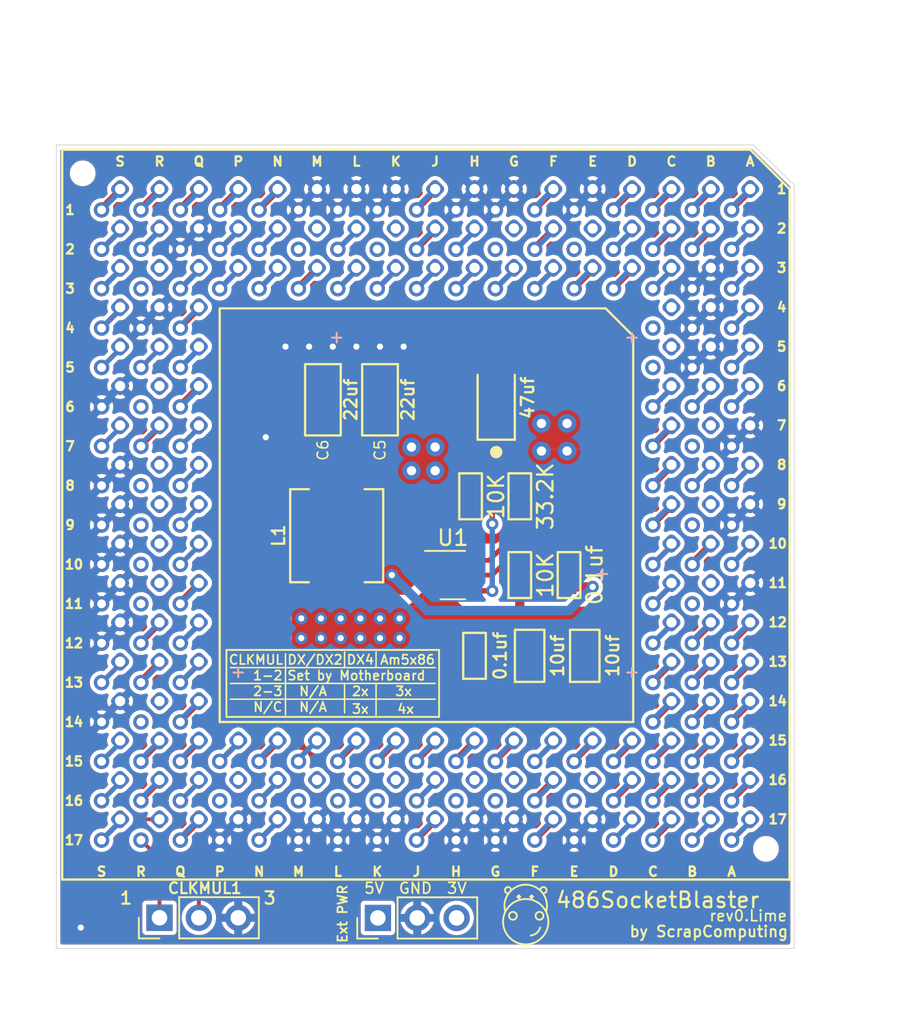
<source format=kicad_pcb>
(kicad_pcb (version 20211014) (generator pcbnew)
  (layers (0 "F.Cu" signal) (1 "In1.Cu" power) (2 "In2.Cu" power) (31 "B.Cu" signal) (34 "B.Paste" user) (35 "F.Paste" user) (36 "B.SilkS" user "B.Silkscreen") (37 "F.SilkS" user "F.Silkscreen") (38 "B.Mask" user) (39 "F.Mask" user) (44 "Edge.Cuts" user))
  (net 0 "")
  (net 1 "GND")
  (net 2 "Vin")
  (net 3 "Vout")
  (net 4 "Net-(CLKMUL1-Pad1)")
  (net 5 "SW")
  (net 6 "Net-(CLKMUL1-Pad2)")
  (net 7 "Net-(R1-Pad2)")
  (net 8 "FBVoltage")
  (net 9 "Net-(Pins1-PadA1)")
  (net 10 "Net-(Pins1-PadA2)")
  (net 11 "Net-(Pins1-PadA3)")
  (net 12 "Net-(Pins1-PadA4)")
  (net 13 "Net-(Pins1-PadA5)")
  (net 14 "Net-(Pins1-PadA6)")
  (net 15 "Net-(Pins1-PadA8)")
  (net 16 "Net-(Pins1-PadA10)")
  (net 17 "Net-(Pins1-PadA12)")
  (net 18 "Net-(Pins1-PadA13)")
  (net 19 "Net-(Pins1-PadA14)")
  (net 20 "Net-(Pins1-PadA15)")
  (net 21 "Net-(Pins1-PadA16)")
  (net 22 "Net-(Pins1-PadA17)")
  (net 23 "Net-(Pins1-PadB1)")
  (net 24 "Net-(Pins1-PadB2)")
  (net 25 "Net-(Pins1-PadB6)")
  (net 26 "Net-(Pins1-PadB8)")
  (net 27 "Net-(Pins1-PadB10)")
  (net 28 "Net-(Pins1-PadB12)")
  (net 29 "Net-(Pins1-PadB13)")
  (net 30 "Net-(Pins1-PadB14)")
  (net 31 "Net-(Pins1-PadB15)")
  (net 32 "Net-(Pins1-PadB16)")
  (net 33 "Net-(Pins1-PadB17)")
  (net 34 "Net-(Pins1-PadC1)")
  (net 35 "Net-(Pins1-PadC2)")
  (net 36 "Net-(Pins1-PadC3)")
  (net 37 "Net-(Pins1-PadC6)")
  (net 38 "Net-(Pins1-PadC7)")
  (net 39 "Net-(Pins1-PadC8)")
  (net 40 "Net-(Pins1-PadC9)")
  (net 41 "Net-(Pins1-PadC10)")
  (net 42 "Net-(Pins1-PadC11)")
  (net 43 "Net-(Pins1-PadC12)")
  (net 44 "Net-(Pins1-PadC13)")
  (net 45 "Net-(Pins1-PadC14)")
  (net 46 "Net-(Pins1-PadC15)")
  (net 47 "Net-(Pins1-PadC16)")
  (net 48 "Net-(Pins1-PadC17)")
  (net 49 "Net-(Pins1-PadD1)")
  (net 50 "Net-(Pins1-PadD2)")
  (net 51 "Net-(Pins1-PadD3)")
  (net 52 "Net-(Pins1-PadD15)")
  (net 53 "Net-(Pins1-PadD16)")
  (net 54 "Net-(Pins1-PadD17)")
  (net 55 "Net-(Pins1-PadE3)")
  (net 56 "Net-(Pins1-PadE15)")
  (net 57 "Net-(Pins1-PadF1)")
  (net 58 "Net-(Pins1-PadF2)")
  (net 59 "Net-(Pins1-PadF3)")
  (net 60 "Net-(Pins1-PadF15)")
  (net 61 "Net-(Pins1-PadF16)")
  (net 62 "Net-(Pins1-PadF17)")
  (net 63 "Net-(Pins1-PadG3)")
  (net 64 "Net-(Pins1-PadG15)")
  (net 65 "Net-(Pins1-PadH2)")
  (net 66 "Net-(Pins1-PadH3)")
  (net 67 "Net-(Pins1-PadH15)")
  (net 68 "Net-(Pins1-PadJ1)")
  (net 69 "Net-(Pins1-PadJ2)")
  (net 70 "Net-(Pins1-PadJ3)")
  (net 71 "Net-(Pins1-PadJ15)")
  (net 72 "Net-(Pins1-PadJ16)")
  (net 73 "Net-(Pins1-PadJ17)")
  (net 74 "Net-(Pins1-PadK3)")
  (net 75 "Net-(Pins1-PadK15)")
  (net 76 "Net-(Pins1-PadL2)")
  (net 77 "Net-(Pins1-PadL3)")
  (net 78 "Net-(Pins1-PadL15)")
  (net 79 "Net-(Pins1-PadM3)")
  (net 80 "Net-(Pins1-PadM15)")
  (net 81 "Net-(Pins1-PadN1)")
  (net 82 "Net-(Pins1-PadN2)")
  (net 83 "Net-(Pins1-PadN3)")
  (net 84 "Net-(Pins1-PadN15)")
  (net 85 "Net-(Pins1-PadN16)")
  (net 86 "Net-(Pins1-PadN17)")
  (net 87 "Net-(Pins1-PadP1)")
  (net 88 "Net-(Pins1-PadP2)")
  (net 89 "Net-(Pins1-PadP3)")
  (net 90 "Net-(Pins1-PadP15)")
  (net 91 "Net-(Pins1-PadQ1)")
  (net 92 "Net-(Pins1-PadQ3)")
  (net 93 "Net-(Pins1-PadQ4)")
  (net 94 "Net-(Pins1-PadQ5)")
  (net 95 "Net-(Pins1-PadQ6)")
  (net 96 "Net-(Pins1-PadQ7)")
  (net 97 "Net-(Pins1-PadQ8)")
  (net 98 "Net-(Pins1-PadQ9)")
  (net 99 "Net-(Pins1-PadQ10)")
  (net 100 "Net-(Pins1-PadQ11)")
  (net 101 "Net-(Pins1-PadQ12)")
  (net 102 "Net-(Pins1-PadQ13)")
  (net 103 "Net-(Pins1-PadQ14)")
  (net 104 "Net-(Pins1-PadQ15)")
  (net 105 "Net-(Pins1-PadQ16)")
  (net 106 "Net-(Pins1-PadQ17)")
  (net 107 "Net-(Pins1-PadR1)")
  (net 108 "Net-(Pins1-PadR2)")
  (net 109 "Net-(Pins1-PadR5)")
  (net 110 "Net-(Pins1-PadR7)")
  (net 111 "Net-(Pins1-PadR12)")
  (net 112 "Net-(Pins1-PadR13)")
  (net 113 "Net-(Pins1-PadR15)")
  (net 114 "Net-(Pins1-PadR16)")
  (net 115 "Net-(Pins1-PadS1)")
  (net 116 "Net-(Pins1-PadS2)")
  (net 117 "Net-(Pins1-PadS3)")
  (net 118 "Net-(Pins1-PadS4)")
  (net 119 "Net-(Pins1-PadS5)")
  (net 120 "Net-(Pins1-PadS7)")
  (net 121 "Net-(Pins1-PadS13)")
  (net 122 "Net-(Pins1-PadS15)")
  (net 123 "Net-(Pins1-PadS16)")
  (net 124 "Net-(Pins1-PadS17)")
  (net 125 "Net-(C4-Pad2)")
  (footprint "486SocketBlaster:486_168pga_socket" (layer "F.Cu") (at 141.045001 33.095001)
    (fp_text reference "Top1" hide)
    (fp_text value "486")
  )
  (footprint "486SocketBlaster:486_168pga_pins" (layer "F.Cu") (at 142.24 31.75)
    (fp_text reference "Pins1")
    (fp_text value "486Pins")
  )
  (footprint "Connector_PinHeader_2.54mm:PinHeader_1x03_P2.54mm_Vertical" (layer "F.Cu") (at 104.14 78.74 90)
    (fp_text reference "CLKMUL1")
    (fp_text value "CLKMUL")
  )
  (footprint "486SocketBlaster:R_0603_1608Metric" (layer "F.Cu") (at 124.206 51.562 90)
    (fp_text reference "R3" hide)
    (fp_text value "10K")
  )
  (footprint "Connector_PinHeader_2.54mm:PinHeader_1x03_P2.54mm_Vertical" (layer "F.Cu") (at 118.225 78.75 90)
    (fp_text reference "ExtPwr1" hide)
    (fp_text value "Conn_01x03")
  )
  (footprint "486SocketBlaster:C_1206_3216Metric" (layer "F.Cu") (at 118.364 45.338999 -90)
    (fp_text reference "C5")
    (fp_text value "22uf")
  )
  (footprint "486SocketBlaster:C_1206_3216Metric" (layer "F.Cu") (at 114.681 45.339 -90)
    (fp_text reference "C6")
    (fp_text value "22uf")
  )
  (footprint "486SocketBlaster:R_0603_1608Metric" (layer "F.Cu") (at 127.381 56.642 90)
    (fp_text reference "R1" hide)
    (fp_text value "10K")
  )
  (footprint "Package_TO_SOT_SMD:SOT-23-6" (layer "F.Cu") (at 123.063 56.642)
    (fp_text reference "U1")
    (fp_text value "TPS563200")
  )
  (footprint "486SocketBlaster:JLCPCB mounting hole" (layer "F.Cu") (at 143.256 74.295)
    (fp_text reference "REF**" hide)
    (fp_text value "JLCPCB mounting hole")
  )
  (footprint "486SocketBlaster:C_0603_1608Metric" (layer "F.Cu") (at 124.46 61.849 90)
    (fp_text reference "C3" hide)
    (fp_text value "0.1uf")
  )
  (footprint "486SocketBlaster:C_0805_2012Metric" (layer "F.Cu") (at 131.572 61.849 90)
    (fp_text reference "C2")
    (fp_text value "10uf")
  )
  (footprint "486SocketBlaster:CP_EIA-3216-12_Kemet-S_Pad1.58x1.35mm_HandSolder" (layer "F.Cu") (at 125.857 45.212 90)
    (fp_text reference "C7" hide)
    (fp_text value "47uf")
  )
  (footprint "" (layer "F.Cu") (at 99.187 30.734)
    (fp_text reference "")
    (fp_text value "")
  )
  (footprint "486SocketBlaster:R_0603_1608Metric" (layer "F.Cu") (at 127.381 51.562 90)
    (fp_text reference "R2" hide)
    (fp_text value "33.2K")
  )
  (footprint "486SocketBlaster:L_5.5x5.5" (layer "F.Cu") (at 115.57 54.102 90)
    (fp_text reference "L1")
    (fp_text value "3.3uh")
  )
  (footprint "486SocketBlaster:C_0805_2012Metric" (layer "F.Cu") (at 128.015999 61.849 90)
    (fp_text reference "C1")
    (fp_text value "10uf")
  )
  (footprint "486SocketBlaster:C_0603_1608Metric" (layer "F.Cu") (at 130.556 56.642 90)
    (fp_text reference "C4" hide)
    (fp_text value "0.1uf")
  )
  (gr_arc (start 126.618999 77.162803) (mid 126.456101 76.844588) (end 126.809499 76.898501) (layer "F.SilkS") (width 0.12))
  (gr_circle (center 128.651 78.613) (end 128.651 78.359) (layer "F.SilkS") (width 0.12) (fill none))
  (gr_circle (center 126.9365 78.613) (end 126.9365 78.867) (layer "F.SilkS") (width 0.12) (fill none))
  (gr_arc (start 128.692666 79.369045) (mid 128.466554 79.722027) (end 128.0795 79.883) (layer "F.SilkS") (width 0.12))
  (gr_circle (center 127.762 78.994) (end 126.9365 77.7875) (layer "F.SilkS") (width 0.12) (fill none))
  (gr_arc (start 126.4285 78.2955) (mid 127.762 76.607223) (end 129.0955 78.2955) (layer "F.SilkS") (width 0.12))
  (gr_line (start 116.078 62.611) (end 116.078 61.595) (layer "F.SilkS") (width 0.1))
  (gr_line (start 112.268 65.659) (end 112.268 61.722) (layer "F.SilkS") (width 0.1))
  (gr_line (start 116.078 63.627) (end 116.078 65.532) (layer "F.SilkS") (width 0.1))
  (gr_line (start 118.11 63.627) (end 118.11 65.659) (layer "F.SilkS") (width 0.1))
  (gr_line (start 108.712 63.627) (end 121.92 63.627) (layer "F.SilkS") (width 0.1))
  (gr_line (start 108.712 62.611) (end 121.92 62.611) (layer "F.SilkS") (width 0.1))
  (gr_line (start 108.712 64.643) (end 121.92 64.643) (layer "F.SilkS") (width 0.1))
  (gr_line (start 118.11 62.611) (end 118.11 61.595) (layer "F.SilkS") (width 0.1))
  (gr_line (start 108.458 65.786) (end 108.458 61.468) (layer "F.SilkS") (width 0.12))
  (gr_line (start 144.653 76.275001) (end 144.78 76.275001) (layer "F.SilkS") (width 0.15))
  (gr_line (start 122.174 61.468) (end 122.174 65.786) (layer "F.SilkS") (width 0.12))
  (gr_line (start 98.425 29.21) (end 97.865001 29.21) (layer "F.SilkS") (width 0.15))
  (gr_line (start 144.78 76.2) (end 144.78 76.275001) (layer "F.SilkS") (width 0.15))
  (gr_line (start 108.458 61.468) (end 122.174 61.468) (layer "F.SilkS") (width 0.12))
  (gr_line (start 122.174 65.786) (end 108.458 65.786) (layer "F.SilkS") (width 0.12))
  (gr_line (start 97.865001 29.285001) (end 97.865001 29.21) (layer "F.SilkS") (width 0.15))
  (gr_arc (start 128.704197 76.961999) (mid 129.022412 76.799101) (end 128.968499 77.152499) (layer "F.SilkS") (width 0.12))
  (gr_line (start 97.4852 28.9052) (end 97.4852 80.7212) (layer "Edge.Cuts") (width 0.05))
  (gr_line (start 145.0848 80.7212) (end 97.4852 80.7212) (layer "Edge.Cuts") (width 0.05))
  (gr_line (start 97.4852 28.9052) (end 142.4432 28.9052) (layer "Edge.Cuts") (width 0.05))
  (gr_line (start 145.0848 31.496) (end 145.0848 80.7212) (layer "Edge.Cuts") (width 0.05))
  (gr_line (start 142.4432 28.9052) (end 145.0848 31.496) (layer "Edge.Cuts") (width 0.05))
  (gr_text "+" (at 134.62 41.275) (layer "B.SilkS") (effects (font (size 0.8 0.8) (thickness 0.13)) (justify mirror)))
  (gr_text "+" (at 115.57 41.275) (layer "B.SilkS") (effects (font (size 0.8 0.8) (thickness 0.13)) (justify mirror)))
  (gr_text "+" (at 134.62 62.865) (layer "B.SilkS") (effects (font (size 0.8 0.8) (thickness 0.13)) (justify mirror)))
  (gr_text "+" (at 109.22 62.865) (layer "B.SilkS") (effects (font (size 0.8 0.8) (thickness 0.13)) (justify mirror)))
  (gr_text "+" (at 132.715 56.515) (layer "B.SilkS") (effects (font (size 0.8 0.8) (thickness 0.13)) (justify mirror)))
  (gr_text "GND" (at 120.65 76.835) (layer "F.SilkS") (effects (font (size 0.7 0.7) (thickness 0.11))))
  (gr_text "3V" (at 123.317 76.835) (layer "F.SilkS") (effects (font (size 0.7 0.7) (thickness 0.11))))
  (gr_text "." (at 128.143 76.7715) (layer "F.SilkS") (effects (font (size 1.5 1.5))))
  (gr_text "." (at 127.3175 76.7715) (layer "F.SilkS") (effects (font (size 1.5 1.5))))
  (gr_text "Am5x86" (at 120.142 62.103) (layer "F.SilkS") (effects (font (size 0.6 0.6) (thickness 0.11))))
  (gr_text "N/A" (at 114.046 65.151) (layer "F.SilkS") (effects (font (size 0.6 0.6) (thickness 0.11))))
  (gr_text "4x" (at 120.015 65.278) (layer "F.SilkS") (effects (font (size 0.6 0.6) (thickness 0.11))))
  (gr_text "Set by Motherboard" (at 116.84 63.119) (layer "F.SilkS") (effects (font (size 0.6 0.6) (thickness 0.11))))
  (gr_text "DX4" (at 117.094 62.103) (layer "F.SilkS") (effects (font (size 0.6 0.6) (thickness 0.11))))
  (gr_text "3x" (at 119.888 64.135) (layer "F.SilkS") (effects (font (size 0.6 0.6) (thickness 0.11))))
  (gr_text "2x" (at 117.094 64.135) (layer "F.SilkS") (effects (font (size 0.6 0.6) (thickness 0.11))))
  (gr_text "1-2" (at 111.125 63.119) (layer "F.SilkS") (effects (font (size 0.6 0.6) (thickness 0.11))))
  (gr_text "DX/DX2" (at 114.173 62.103) (layer "F.SilkS") (effects (font (size 0.6 0.6) (thickness 0.11))))
  (gr_text "N/C" (at 111.125 65.151) (layer "F.SilkS") (effects (font (size 0.6 0.6) (thickness 0.11))))
  (gr_text "N/A" (at 114.046 64.135) (layer "F.SilkS") (effects (font (size 0.6 0.6) (thickness 0.11))))
  (gr_text "2-3" (at 111.125 64.135) (layer "F.SilkS") (effects (font (size 0.6 0.6) (thickness 0.11))))
  (gr_text "3x" (at 117.094 65.278) (layer "F.SilkS") (effects (font (size 0.6 0.6) (thickness 0.11))))
  (gr_text "Ext PWR" (at 115.951 78.486 90) (layer "F.SilkS") (effects (font (size 0.6 0.6) (thickness 0.12))))
  (gr_text "3" (at 111.252 77.47) (layer "F.SilkS") (effects (font (size 0.8 0.8) (thickness 0.14))))
  (gr_text "rev0.Lime" (at 142.113 78.613) (layer "F.SilkS") (effects (font (size 0.7 0.7) (thickness 0.11))))
  (gr_text "486SocketBlaster" (at 136.271 77.597) (layer "F.SilkS") (effects (font (size 1 1))))
  (gr_text "by ScrapComputing" (at 139.573 79.629) (layer "F.SilkS") (effects (font (size 0.7 0.7) (thickness 0.13))))
  (gr_text "1" (at 101.981 77.47) (layer "F.SilkS") (effects (font (size 0.8 0.8) (thickness 0.14))))
  (gr_text "CLKMUL" (at 110.363 62.103) (layer "F.SilkS") (effects (font (size 0.6 0.6) (thickness 0.11))))
  (gr_text "5V" (at 117.983 76.835) (layer "F.SilkS") (effects (font (size 0.7 0.7) (thickness 0.11))))
  (segment (start 127.569 62.799) (end 131.064 62.799) (width 0.8) (layer "F.Cu") (net 1))
  (segment (start 124.206 52.337) (end 124.206 53.848) (width 0.6) (layer "F.Cu") (net 1))
  (segment (start 127.761999 62.799) (end 124.46 62.799) (width 0.8) (layer "F.Cu") (net 1))
  (via (at 99.06 79.375) (size 0.8) (drill 0.4) (layers "F.Cu" "B.Cu") (net 1))
  (via (at 112.268 41.91) (size 0.8) (drill 0.4) (layers "F.Cu" "B.Cu") (net 1))
  (via (at 115.316 41.91) (size 0.8) (drill 0.4) (layers "F.Cu" "B.Cu") (net 1))
  (via (at 119.888 41.91) (size 0.8) (drill 0.4) (layers "F.Cu" "B.Cu") (net 1))
  (via (at 113.792 41.91) (size 0.8) (drill 0.4) (layers "F.Cu" "B.Cu") (net 1))
  (via (at 116.84 41.91) (size 0.8) (drill 0.4) (layers "F.Cu" "B.Cu") (net 1))
  (via (at 110.998 47.752) (size 0.8) (drill 0.4) (layers "F.Cu" "B.Cu") (net 1))
  (via (at 118.364 41.91) (size 0.8) (drill 0.4) (layers "F.Cu" "B.Cu") (net 1))
  (segment (start 118.185001 73.735001) (end 118.185001 73.584999) (width 0.35) (layer "B.Cu") (net 1))
  (segment (start 124.635 60.899) (end 124.46 61.074) (width 0.6) (layer "F.Cu") (net 2))
  (segment (start 127.381 59.055) (end 127.381 57.417) (width 0.6) (layer "F.Cu") (net 2))
  (segment (start 128.015999 59.689999) (end 127.381 59.055) (width 0.6) (layer "F.Cu") (net 2))
  (segment (start 128.015999 60.899) (end 124.635 60.899) (width 0.6) (layer "F.Cu") (net 2))
  (segment (start 124.46 61.074) (end 120.002 61.074) (width 0.6) (layer "F.Cu") (net 2))
  (segment (start 120.002 61.074) (end 119.634 60.706) (width 0.6) (layer "F.Cu") (net 2))
  (segment (start 128.015999 60.899) (end 128.015999 59.689999) (width 0.6) (layer "F.Cu") (net 2))
  (segment (start 131.572 60.899) (end 128.015999 60.899) (width 0.6) (layer "F.Cu") (net 2))
  (via (at 117.094 59.436) (size 0.8) (drill 0.4) (layers "F.Cu" "B.Cu") (net 2))
  (via (at 114.554 60.706) (size 0.8) (drill 0.4) (layers "F.Cu" "B.Cu") (net 2))
  (via (at 119.634 60.706) (size 0.8) (drill 0.4) (layers "F.Cu" "B.Cu") (net 2))
  (via (at 113.284 59.436) (size 0.8) (drill 0.4) (layers "F.Cu" "B.Cu") (net 2))
  (via (at 117.094 60.706) (size 0.8) (drill 0.4) (layers "F.Cu" "B.Cu") (net 2))
  (via (at 115.824 59.436) (size 0.8) (drill 0.4) (layers "F.Cu" "B.Cu") (net 2))
  (via (at 118.364 59.436) (size 0.8) (drill 0.4) (layers "F.Cu" "B.Cu") (net 2))
  (via (at 119.634 59.436) (size 0.8) (drill 0.4) (layers "F.Cu" "B.Cu") (net 2))
  (via (at 118.364 60.706) (size 0.8) (drill 0.4) (layers "F.Cu" "B.Cu") (net 2))
  (via (at 114.554 59.436) (size 0.8) (drill 0.4) (layers "F.Cu" "B.Cu") (net 2))
  (via (at 115.824 60.706) (size 0.8) (drill 0.4) (layers "F.Cu" "B.Cu") (net 2))
  (via (at 113.284 60.706) (size 0.8) (drill 0.4) (layers "F.Cu" "B.Cu") (net 2))
  (segment (start 127.381 46.99) (end 127.381 50.787) (width 0.45) (layer "F.Cu") (net 3))
  (via (at 128.778 46.863) (size 1.2) (drill 0.6) (layers "F.Cu" "B.Cu") (net 3))
  (via (at 120.396 48.387) (size 1.2) (drill 0.6) (layers "F.Cu" "B.Cu") (net 3))
  (via (at 130.429 46.863) (size 1.2) (drill 0.6) (layers "F.Cu" "B.Cu") (net 3))
  (via (at 121.92 49.911) (size 1.2) (drill 0.6) (layers "F.Cu" "B.Cu") (net 3))
  (via (at 128.778 48.641) (size 1.2) (drill 0.6) (layers "F.Cu" "B.Cu") (net 3))
  (via (at 121.92 48.387) (size 1.2) (drill 0.6) (layers "F.Cu" "B.Cu") (net 3))
  (via (at 130.429 48.641) (size 1.2) (drill 0.6) (layers "F.Cu" "B.Cu") (net 3))
  (via (at 120.396 49.911) (size 1.2) (drill 0.6) (layers "F.Cu" "B.Cu") (net 3))
  (segment (start 104.14 72.39) (end 102.997 72.39) (width 0.25) (layer "F.Cu") (net 4))
  (segment (start 104.14 76.454) (end 104.14 78.74) (width 0.25) (layer "F.Cu") (net 4))
  (segment (start 101.981 73.406) (end 101.981 74.295) (width 0.25) (layer "F.Cu") (net 4))
  (segment (start 102.997 72.39) (end 101.981 73.406) (width 0.25) (layer "F.Cu") (net 4))
  (segment (start 101.981 74.295) (end 104.14 76.454) (width 0.25) (layer "F.Cu") (net 4))
  (segment (start 130.569 57.404) (end 130.556 57.417) (width 0.6) (layer "F.Cu") (net 5))
  (segment (start 119.126 56.642) (end 117.856 56.642) (width 0.6) (layer "F.Cu") (net 5))
  (segment (start 117.856 56.642) (end 117.816 56.602) (width 0.6) (layer "F.Cu") (net 5))
  (segment (start 117.816 56.602) (end 115.57 56.602) (width 0.6) (layer "F.Cu") (net 5))
  (segment (start 120.777 56.642) (end 120.015 57.404) (width 0.6) (layer "F.Cu") (net 5))
  (segment (start 120.777 56.642) (end 120.015 55.88) (width 0.6) (layer "F.Cu") (net 5))
  (segment (start 121.9255 56.642) (end 120.777 56.642) (width 0.6) (layer "F.Cu") (net 5))
  (segment (start 120.777 56.642) (end 119.126 56.642) (width 0.6) (layer "F.Cu") (net 5))
  (segment (start 132.08 57.404) (end 130.569 57.404) (width 0.6) (layer "F.Cu") (net 5))
  (via (at 119.126 56.642) (size 0.8) (drill 0.4) (layers "F.Cu" "B.Cu") (net 5))
  (via (at 132.08 57.404) (size 0.8) (drill 0.4) (layers "F.Cu" "B.Cu") (net 5))
  (segment (start 121.412 58.928) (end 130.556 58.928) (width 0.6) (layer "B.Cu") (net 5))
  (segment (start 119.126 56.642) (end 121.412 58.928) (width 0.6) (layer "B.Cu") (net 5))
  (segment (start 130.556 58.928) (end 132.08 57.404) (width 0.6) (layer "B.Cu") (net 5))
  (segment (start 106.68 78.74) (end 106.68 77.47) (width 0.25) (layer "F.Cu") (net 6))
  (segment (start 106.68 77.47) (end 106.299 77.089) (width 0.25) (layer "F.Cu") (net 6))
  (segment (start 102.945001 73.735001) (end 106.299 77.089) (width 0.25) (layer "F.Cu") (net 6))
  (segment (start 126.378 55.867) (end 125.603 56.642) (width 0.31) (layer "F.Cu") (net 7))
  (segment (start 125.603 56.642) (end 124.2005 56.642) (width 0.31) (layer "F.Cu") (net 7))
  (segment (start 127.381 55.867) (end 126.378 55.867) (width 0.31) (layer "F.Cu") (net 7))
  (segment (start 127.381 52.337) (end 125.756 52.337) (width 0.35) (layer "F.Cu") (net 8))
  (segment (start 124.2665 57.658) (end 124.2005 57.592) (width 0.35) (layer "F.Cu") (net 8))
  (segment (start 125.756 52.337) (end 124.206 50.787) (width 0.35) (layer "F.Cu") (net 8))
  (segment (start 125.603 57.658) (end 124.2665 57.658) (width 0.35) (layer "F.Cu") (net 8))
  (segment (start 125.756 52.35) (end 125.756 52.337) (width 0.35) (layer "F.Cu") (net 8))
  (segment (start 125.603 52.503) (end 125.756 52.35) (width 0.35) (layer "F.Cu") (net 8))
  (segment (start 125.603 53.34) (end 125.603 52.503) (width 0.35) (layer "F.Cu") (net 8))
  (via (at 125.603 53.34) (size 0.8) (drill 0.4) (layers "F.Cu" "B.Cu") (net 8))
  (via (at 125.603 57.658) (size 0.8) (drill 0.4) (layers "F.Cu" "B.Cu") (net 8))
  (segment (start 125.603 53.34) (end 125.603 57.658) (width 0.35) (layer "B.Cu") (net 8))
  (segment (start 142.24 31.75) (end 142.24 31.900002) (width 0.35) (layer "F.Cu") (net 9))
  (segment (start 142.24 31.900002) (end 141.045001 33.095001) (width 0.35) (layer "F.Cu") (net 9))
  (segment (start 141.045001 33.095001) (end 141.045001 32.944999) (width 0.35) (layer "B.Cu") (net 9))
  (segment (start 141.045001 32.944999) (end 142.24 31.75) (width 0.35) (layer "B.Cu") (net 9))
  (segment (start 142.24 34.29) (end 142.24 34.440002) (width 0.35) (layer "F.Cu") (net 10))
  (segment (start 142.24 34.440002) (end 141.045001 35.635001) (width 0.35) (layer "F.Cu") (net 10))
  (segment (start 142.24 34.440002) (end 141.045001 35.635001) (width 0.35) (layer "B.Cu") (net 10))
  (segment (start 142.24 34.29) (end 142.24 34.440002) (width 0.35) (layer "B.Cu") (net 10))
  (segment (start 142.24 36.980002) (end 141.045001 38.175001) (width 0.35) (layer "F.Cu") (net 11))
  (segment (start 142.24 36.83) (end 142.24 36.980002) (width 0.35) (layer "F.Cu") (net 11))
  (segment (start 142.24 36.980002) (end 141.045001 38.175001) (width 0.35) (layer "B.Cu") (net 11))
  (segment (start 142.24 36.83) (end 142.24 36.980002) (width 0.35) (layer "B.Cu") (net 11))
  (segment (start 142.24 39.37) (end 142.24 39.520002) (width 0.35) (layer "F.Cu") (net 12))
  (segment (start 142.24 39.520002) (end 141.045001 40.715001) (width 0.35) (layer "F.Cu") (net 12))
  (segment (start 142.24 39.37) (end 142.24 39.520002) (width 0.35) (layer "B.Cu") (net 12))
  (segment (start 142.24 39.520002) (end 141.045001 40.715001) (width 0.35) (layer "B.Cu") (net 12))
  (segment (start 142.24 41.91) (end 142.24 42.060002) (width 0.35) (layer "F.Cu") (net 13))
  (segment (start 142.24 42.060002) (end 141.045001 43.255001) (width 0.35) (layer "F.Cu") (net 13))
  (segment (start 142.24 41.91) (end 142.24 42.060002) (width 0.35) (layer "B.Cu") (net 13))
  (segment (start 142.24 42.060002) (end 141.045001 43.255001) (width 0.35) (layer "B.Cu") (net 13))
  (segment (start 142.24 44.45) (end 142.24 44.600002) (width 0.35) (layer "F.Cu") (net 14))
  (segment (start 142.24 44.600002) (end 141.045001 45.795001) (width 0.35) (layer "F.Cu") (net 14))
  (segment (start 142.24 44.45) (end 142.24 44.600002) (width 0.35) (layer "B.Cu") (net 14))
  (segment (start 142.24 44.600002) (end 141.045001 45.795001) (width 0.35) (layer "B.Cu") (net 14))
  (segment (start 142.24 49.680002) (end 141.045001 50.875001) (width 0.35) (layer "F.Cu") (net 15))
  (segment (start 142.24 49.53) (end 142.24 49.680002) (width 0.35) (layer "F.Cu") (net 15))
  (segment (start 142.24 49.53) (end 142.24 49.680002) (width 0.35) (layer "B.Cu") (net 15))
  (segment (start 142.24 49.680002) (end 141.045001 50.875001) (width 0.35) (layer "B.Cu") (net 15))
  (segment (start 142.24 54.760002) (end 141.045001 55.955001) (width 0.35) (layer "F.Cu") (net 16))
  (segment (start 142.24 54.61) (end 142.24 54.760002) (width 0.35) (layer "F.Cu") (net 16))
  (segment (start 142.24 54.760002) (end 141.045001 55.955001) (width 0.35) (layer "B.Cu") (net 16))
  (segment (start 142.24 54.61) (end 142.24 54.760002) (width 0.35) (layer "B.Cu") (net 16))
  (segment (start 142.24 59.840002) (end 141.045001 61.035001) (width 0.35) (layer "F.Cu") (net 17))
  (segment (start 142.24 59.69) (end 142.24 59.840002) (width 0.35) (layer "F.Cu") (net 17))
  (segment (start 141.045001 61.035001) (end 141.045001 60.884999) (width 0.35) (layer "B.Cu") (net 17))
  (segment (start 141.045001 60.884999) (end 142.24 59.69) (width 0.35) (layer "B.Cu") (net 17))
  (segment (start 142.24 62.23) (end 142.24 62.380002) (width 0.35) (layer "F.Cu") (net 18))
  (segment (start 142.24 62.380002) (end 141.045001 63.575001) (width 0.35) (layer "F.Cu") (net 18))
  (segment (start 141.045001 63.575001) (end 141.045001 63.424999) (width 0.35) (layer "B.Cu") (net 18))
  (segment (start 141.045001 63.424999) (end 142.24 62.23) (width 0.35) (layer "B.Cu") (net 18))
  (segment (start 142.24 64.77) (end 142.24 64.920002) (width 0.35) (layer "F.Cu") (net 19))
  (segment (start 142.24 64.920002) (end 141.045001 66.115001) (width 0.35) (layer "F.Cu") (net 19))
  (segment (start 141.045001 66.115001) (end 141.045001 65.964999) (width 0.35) (layer "B.Cu") (net 19))
  (segment (start 141.045001 65.964999) (end 142.24 64.77) (width 0.35) (layer "B.Cu") (net 19))
  (segment (start 142.24 67.31) (end 142.24 67.460002) (width 0.35) (layer "F.Cu") (net 20))
  (segment (start 142.24 67.460002) (end 141.045001 68.655001) (width 0.35) (layer "F.Cu") (net 20))
  (segment (start 141.045001 68.655001) (end 141.045001 68.504999) (width 0.35) (layer "B.Cu") (net 20))
  (segment (start 141.045001 68.504999) (end 142.24 67.31) (width 0.35) (layer "B.Cu") (net 20))
  (segment (start 142.24 69.85) (end 142.24 70.000002) (width 0.35) (layer "F.Cu") (net 21))
  (segment (start 142.24 70.000002) (end 141.045001 71.195001) (width 0.35) (layer "F.Cu") (net 21))
  (segment (start 141.045001 71.044999) (end 142.24 69.85) (width 0.35) (layer "B.Cu") (net 21))
  (segment (start 141.045001 71.195001) (end 141.045001 71.044999) (width 0.35) (layer "B.Cu") (net 21))
  (segment (start 142.24 72.540002) (end 141.045001 73.735001) (width 0.35) (layer "F.Cu") (net 22))
  (segment (start 142.24 72.39) (end 142.24 72.540002) (width 0.35) (layer "F.Cu") (net 22))
  (segment (start 142.24 72.39) (end 142.24 72.540002) (width 0.35) (layer "B.Cu") (net 22))
  (segment (start 142.24 72.540002) (end 141.045001 73.735001) (width 0.35) (layer "B.Cu") (net 22))
  (segment (start 139.7 31.75) (end 139.7 31.900002) (width 0.35) (layer "F.Cu") (net 23))
  (segment (start 139.7 31.900002) (end 138.505001 33.095001) (width 0.35) (layer "F.Cu") (net 23))
  (segment (start 138.505001 33.095001) (end 138.505001 32.944999) (width 0.35) (layer "B.Cu") (net 23))
  (segment (start 138.505001 32.944999) (end 139.7 31.75) (width 0.35) (layer "B.Cu") (net 23))
  (segment (start 139.7 34.440002) (end 138.505001 35.635001) (width 0.35) (layer "F.Cu") (net 24))
  (segment (start 139.7 34.29) (end 139.7 34.440002) (width 0.35) (layer "F.Cu") (net 24))
  (segment (start 138.505001 35.484999) (end 139.7 34.29) (width 0.35) (layer "B.Cu") (net 24))
  (segment (start 138.505001 35.635001) (end 138.505001 35.484999) (width 0.35) (layer "B.Cu") (net 24))
  (segment (start 139.7 44.600002) (end 138.505001 45.795001) (width 0.35) (layer "F.Cu") (net 25))
  (segment (start 139.7 44.45) (end 139.7 44.600002) (width 0.35) (layer "F.Cu") (net 25))
  (segment (start 139.7 44.45) (end 139.7 44.600002) (width 0.35) (layer "B.Cu") (net 25))
  (segment (start 139.7 44.600002) (end 138.505001 45.795001) (width 0.35) (layer "B.Cu") (net 25))
  (segment (start 139.7 49.680002) (end 138.505001 50.875001) (width 0.35) (layer "F.Cu") (net 26))
  (segment (start 139.7 49.53) (end 139.7 49.680002) (width 0.35) (layer "F.Cu") (net 26))
  (segment (start 139.7 49.53) (end 139.7 49.680002) (width 0.35) (layer "B.Cu") (net 26))
  (segment (start 139.7 49.680002) (end 138.505001 50.875001) (width 0.35) (layer "B.Cu") (net 26))
  (segment (start 138.505001 55.955001) (end 138.505001 55.804999) (width 0.35) (layer "F.Cu") (net 27))
  (segment (start 138.505001 55.804999) (end 139.7 54.61) (width 0.35) (layer "F.Cu") (net 27))
  (segment (start 139.7 54.61) (end 139.7 54.760002) (width 0.35) (layer "B.Cu") (net 27))
  (segment (start 139.7 54.760002) (end 138.505001 55.955001) (width 0.35) (layer "B.Cu") (net 27))
  (segment (start 139.7 59.69) (end 139.7 59.840002) (width 0.35) (layer "F.Cu") (net 28))
  (segment (start 139.7 59.840002) (end 138.505001 61.035001) (width 0.35) (layer "F.Cu") (net 28))
  (segment (start 138.505001 61.035001) (end 138.505001 60.884999) (width 0.35) (layer "B.Cu") (net 28))
  (segment (start 138.505001 60.884999) (end 139.7 59.69) (width 0.35) (layer "B.Cu") (net 28))
  (segment (start 139.7 62.380002) (end 138.505001 63.575001) (width 0.35) (layer "F.Cu") (net 29))
  (segment (start 139.7 62.23) (end 139.7 62.380002) (width 0.35) (layer "F.Cu") (net 29))
  (segment (start 138.505001 63.575001) (end 138.505001 63.424999) (width 0.35) (layer "B.Cu") (net 29))
  (segment (start 138.505001 63.424999) (end 139.7 62.23) (width 0.35) (layer "B.Cu") (net 29))
  (segment (start 139.7 64.77) (end 139.7 64.920002) (width 0.35) (layer "F.Cu") (net 30))
  (segment (start 139.7 64.920002) (end 138.505001 66.115001) (width 0.35) (layer "F.Cu") (net 30))
  (segment (start 138.505001 66.115001) (end 138.505001 65.964999) (width 0.35) (layer "B.Cu") (net 30))
  (segment (start 138.505001 65.964999) (end 139.7 64.77) (width 0.35) (layer "B.Cu") (net 30))
  (segment (start 139.7 67.460002) (end 138.505001 68.655001) (width 0.35) (layer "F.Cu") (net 31))
  (segment (start 139.7 67.31) (end 139.7 67.460002) (width 0.35) (layer "F.Cu") (net 31))
  (segment (start 138.505001 68.504999) (end 139.7 67.31) (width 0.35) (layer "B.Cu") (net 31))
  (segment (start 138.505001 68.655001) (end 138.505001 68.504999) (width 0.35) (layer "B.Cu") (net 31))
  (segment (start 139.7 70.000002) (end 138.505001 71.195001) (width 0.35) (layer "F.Cu") (net 32))
  (segment (start 139.7 69.85) (end 139.7 70.000002) (width 0.35) (layer "F.Cu") (net 32))
  (segment (start 138.505001 71.195001) (end 138.505001 71.044999) (width 0.35) (layer "B.Cu") (net 32))
  (segment (start 138.505001 71.044999) (end 139.7 69.85) (width 0.35) (layer "B.Cu") (net 32))
  (segment (start 139.7 72.39) (end 139.7 72.540002) (width 0.35) (layer "F.Cu") (net 33))
  (segment (start 139.7 72.540002) (end 138.505001 73.735001) (width 0.35) (layer "F.Cu") (net 33))
  (segment (start 139.7 72.39) (end 139.7 72.540002) (width 0.35) (layer "B.Cu") (net 33))
  (segment (start 139.7 72.540002) (end 138.505001 73.735001) (width 0.35) (layer "B.Cu") (net 33))
  (segment (start 137.16 31.75) (end 137.16 31.900002) (width 0.35) (layer "F.Cu") (net 34))
  (segment (start 137.16 31.900002) (end 135.965001 33.095001) (width 0.35) (layer "F.Cu") (net 34))
  (segment (start 135.965001 32.944999) (end 137.16 31.75) (width 0.35) (layer "B.Cu") (net 34))
  (segment (start 135.965001 33.095001) (end 135.965001 32.944999) (width 0.35) (layer "B.Cu") (net 34))
  (segment (start 137.16 34.29) (end 137.16 34.440002) (width 0.35) (layer "F.Cu") (net 35))
  (segment (start 137.16 34.440002) (end 135.965001 35.635001) (width 0.35) (layer "F.Cu") (net 35))
  (segment (start 135.965001 35.484999) (end 137.16 34.29) (width 0.35) (layer "B.Cu") (net 35))
  (segment (start 135.965001 35.635001) (end 135.965001 35.484999) (width 0.35) (layer "B.Cu") (net 35))
  (segment (start 137.16 36.83) (end 137.16 36.980002) (width 0.35) (layer "F.Cu") (net 36))
  (segment (start 137.16 36.980002) (end 135.965001 38.175001) (width 0.35) (layer "F.Cu") (net 36))
  (segment (start 137.16 36.980002) (end 135.965001 38.175001) (width 0.35) (layer "B.Cu") (net 36))
  (segment (start 137.16 36.83) (end 137.16 36.980002) (width 0.35) (layer "B.Cu") (net 36))
  (segment (start 137.16 44.600002) (end 135.965001 45.795001) (width 0.35) (layer "F.Cu") (net 37))
  (segment (start 137.16 44.45) (end 137.16 44.600002) (width 0.35) (layer "F.Cu") (net 37))
  (segment (start 137.16 44.600002) (end 135.965001 45.795001) (width 0.35) (layer "B.Cu") (net 37))
  (segment (start 137.16 44.45) (end 137.16 44.600002) (width 0.35) (layer "B.Cu") (net 37))
  (segment (start 137.16 47.140002) (end 135.965001 48.335001) (width 0.35) (layer "F.Cu") (net 38))
  (segment (start 137.16 46.99) (end 137.16 47.140002) (width 0.35) (layer "F.Cu") (net 38))
  (segment (start 135.965001 48.184999) (end 137.16 46.99) (width 0.35) (layer "B.Cu") (net 38))
  (segment (start 135.965001 48.335001) (end 135.965001 48.184999) (width 0.35) (layer "B.Cu") (net 38))
  (segment (start 137.16 49.680002) (end 135.965001 50.875001) (width 0.35) (layer "F.Cu") (net 39))
  (segment (start 137.16 49.53) (end 137.16 49.680002) (width 0.35) (layer "F.Cu") (net 39))
  (segment (start 135.965001 50.724999) (end 137.16 49.53) (width 0.35) (layer "B.Cu") (net 39))
  (segment (start 135.965001 50.875001) (end 135.965001 50.724999) (width 0.35) (layer "B.Cu") (net 39))
  (segment (start 137.16 52.07) (end 137.16 52.220002) (width 0.35) (layer "F.Cu") (net 40))
  (segment (start 137.16 52.220002) (end 135.965001 53.415001) (width 0.35) (layer "F.Cu") (net 40))
  (segment (start 135.965001 53.415001) (end 135.965001 53.264999) (width 0.35) (layer "B.Cu") (net 40))
  (segment (start 135.965001 53.264999) (end 137.16 52.07) (width 0.35) (layer "B.Cu") (net 40))
  (segment (start 137.16 54.61) (end 137.16 54.760002) (width 0.35) (layer "F.Cu") (net 41))
  (segment (start 137.16 54.760002) (end 135.965001 55.955001) (width 0.35) (layer "F.Cu") (net 41))
  (segment (start 137.16 54.760002) (end 135.965001 55.955001) (width 0.35) (layer "B.Cu") (net 41))
  (segment (start 137.16 54.61) (end 137.16 54.760002) (width 0.35) (layer "B.Cu") (net 41))
  (segment (start 137.16 57.15) (end 137.16 57.300002) (width 0.35) (layer "F.Cu") (net 42))
  (segment (start 137.16 57.300002) (end 135.965001 58.495001) (width 0.35) (layer "F.Cu") (net 42))
  (segment (start 137.16 57.300002) (end 135.965001 58.495001) (width 0.35) (layer "B.Cu") (net 42))
  (segment (start 137.16 59.840002) (end 135.965001 61.035001) (width 0.35) (layer "F.Cu") (net 43))
  (segment (start 137.16 59.69) (end 137.16 59.840002) (width 0.35) (layer "F.Cu") (net 43))
  (segment (start 137.16 59.840002) (end 135.965001 61.035001) (width 0.35) (layer "B.Cu") (net 43))
  (segment (start 137.16 59.69) (end 137.16 59.840002) (width 0.35) (layer "B.Cu") (net 43))
  (segment (start 137.16 62.23) (end 137.16 62.380002) (width 0.35) (layer "F.Cu") (net 44))
  (segment (start 137.16 62.380002) (end 135.965001 63.575001) (width 0.35) (layer "F.Cu") (net 44))
  (segment (start 135.965001 63.575001) (end 135.965001 63.424999) (width 0.35) (layer "B.Cu") (net 44))
  (segment (start 135.965001 63.424999) (end 137.16 62.23) (width 0.35) (layer "B.Cu") (net 44))
  (segment (start 137.16 64.77) (end 137.16 64.920002) (width 0.35) (layer "F.Cu") (net 45))
  (segment (start 137.16 64.920002) (end 135.965001 66.115001) (width 0.35) (layer "F.Cu") (net 45))
  (segment (start 135.965001 66.115001) (end 135.965001 65.964999) (width 0.35) (layer "B.Cu") (net 45))
  (segment (start 135.965001 65.964999) (end 137.16 64.77) (width 0.35) (layer "B.Cu") (net 45))
  (segment (start 137.16 67.31) (end 137.16 67.460002) (width 0.35) (layer "F.Cu") (net 46))
  (segment (start 137.16 67.460002) (end 135.965001 68.655001) (width 0.35) (layer "F.Cu") (net 46))
  (segment (start 135.965001 68.655001) (end 135.965001 68.504999) (width 0.35) (layer "B.Cu") (net 46))
  (segment (start 135.965001 68.504999) (end 137.16 67.31) (width 0.35) (layer "B.Cu") (net 46))
  (segment (start 137.16 70.000002) (end 135.965001 71.195001) (width 0.35) (layer "F.Cu") (net 47))
  (segment (start 137.16 69.85) (end 137.16 70.000002) (width 0.35) (layer "F.Cu") (net 47))
  (segment (start 135.965001 71.044999) (end 137.16 69.85) (width 0.35) (layer "B.Cu") (net 47))
  (segment (start 135.965001 71.195001) (end 135.965001 71.044999) (width 0.35) (layer "B.Cu") (net 47))
  (segment (start 137.16 72.39) (end 137.16 72.540002) (width 0.35) (layer "F.Cu") (net 48))
  (segment (start 137.16 72.540002) (end 135.965001 73.735001) (width 0.35) (layer "F.Cu") (net 48))
  (segment (start 135.965001 73.735001) (end 135.965001 73.584999) (width 0.35) (layer "B.Cu") (net 48))
  (segment (start 135.965001 73.584999) (end 137.16 72.39) (width 0.35) (layer "B.Cu") (net 48))
  (segment (start 134.62 31.900002) (end 133.425001 33.095001) (width 0.35) (layer "F.Cu") (net 49))
  (segment (start 134.62 31.75) (end 134.62 31.900002) (width 0.35) (layer "F.Cu") (net 49))
  (segment (start 133.425001 32.944999) (end 134.62 31.75) (width 0.35) (layer "B.Cu") (net 49))
  (segment (start 133.425001 33.095001) (end 133.425001 32.944999) (width 0.35) (layer "B.Cu") (net 49))
  (segment (start 134.62 34.29) (end 134.62 34.440002) (width 0.35) (layer "F.Cu") (net 50))
  (segment (start 134.62 34.440002) (end 133.425001 35.635001) (width 0.35) (layer "F.Cu") (net 50))
  (segment (start 134.62 34.29) (end 134.62 34.440002) (width 0.35) (layer "B.Cu") (net 50))
  (segment (start 134.62 34.440002) (end 133.425001 35.635001) (width 0.35) (layer "B.Cu") (net 50))
  (segment (start 134.62 36.980002) (end 133.425001 38.175001) (width 0.35) (layer "F.Cu") (net 51))
  (segment (start 134.62 36.83) (end 134.62 36.980002) (width 0.35) (layer "F.Cu") (net 51))
  (segment (start 133.425001 38.024999) (end 134.62 36.83) (width 0.35) (layer "B.Cu") (net 51))
  (segment (start 133.425001 38.175001) (end 133.425001 38.024999) (width 0.35) (layer "B.Cu") (net 51))
  (segment (start 134.62 67.460002) (end 133.425001 68.655001) (width 0.35) (layer "F.Cu") (net 52))
  (segment (start 134.62 67.31) (end 134.62 67.460002) (width 0.35) (layer "F.Cu") (net 52))
  (segment (start 133.425001 68.504999) (end 134.62 67.31) (width 0.35) (layer "B.Cu") (net 52))
  (segment (start 133.425001 68.655001) (end 133.425001 68.504999) (width 0.35) (layer "B.Cu") (net 52))
  (segment (start 134.62 70.000002) (end 133.425001 71.195001) (width 0.35) (layer "F.Cu") (net 53))
  (segment (start 134.62 69.85) (end 134.62 70.000002) (width 0.35) (layer "F.Cu") (net 53))
  (segment (start 133.425001 71.195001) (end 133.425001 71.044999) (width 0.35) (layer "B.Cu") (net 53))
  (segment (start 133.425001 71.044999) (end 134.62 69.85) (width 0.35) (layer "B.Cu") (net 53))
  (segment (start 134.62 72.540002) (end 133.425001 73.735001) (width 0.35) (layer "F.Cu") (net 54))
  (segment (start 134.62 72.39) (end 134.62 72.540002) (width 0.35) (layer "F.Cu") (net 54))
  (segment (start 134.62 72.540002) (end 133.425001 73.735001) (width 0.35) (layer "B.Cu") (net 54))
  (segment (start 134.62 72.39) (end 134.62 72.540002) (width 0.35) (layer "B.Cu") (net 54))
  (segment (start 132.08 36.980002) (end 130.885001 38.175001) (width 0.35) (layer "F.Cu") (net 55))
  (segment (start 132.08 36.83) (end 132.08 36.980002) (width 0.35) (layer "F.Cu") (net 55))
  (segment (start 130.885001 38.024999) (end 132.08 36.83) (width 0.35) (layer "B.Cu") (net 55))
  (segment (start 130.885001 38.175001) (end 130.885001 38.024999) (width 0.35) (layer "B.Cu") (net 55))
  (segment (start 132.08 67.460002) (end 130.885001 68.655001) (width 0.35) (layer "F.Cu") (net 56))
  (segment (start 132.08 67.31) (end 132.08 67.460002) (width 0.35) (layer "F.Cu") (net 56))
  (segment (start 130.885001 68.504999) (end 132.08 67.31) (width 0.35) (layer "B.Cu") (net 56))
  (segment (start 130.885001 68.655001) (end 130.885001 68.504999) (width 0.35) (layer "B.Cu") (net 56))
  (segment (start 129.54 31.75) (end 129.54 31.900002) (width 0.35) (layer "F.Cu") (net 57))
  (segment (start 129.54 31.900002) (end 128.345001 33.095001) (width 0.35) (layer "F.Cu") (net 57))
  (segment (start 128.345001 32.944999) (end 129.54 31.75) (width 0.35) (layer "B.Cu") (net 57))
  (segment (start 128.345001 33.095001) (end 128.345001 32.944999) (width 0.35) (layer "B.Cu") (net 57))
  (segment (start 128.345001 35.635001) (end 128.345001 35.484999) (width 0.35) (layer "F.Cu") (net 58))
  (segment (start 128.345001 35.484999) (end 129.54 34.29) (width 0.35) (layer "F.Cu") (net 58))
  (segment (start 129.54 34.440002) (end 128.345001 35.635001) (width 0.35) (layer "B.Cu") (net 58))
  (segment (start 129.54 34.29) (end 129.54 34.440002) (width 0.35) (layer "B.Cu") (net 58))
  (segment (start 129.54 36.83) (end 129.54 36.980002) (width 0.35) (layer "F.Cu") (net 59))
  (segment (start 129.54 36.980002) (end 128.345001 38.175001) (width 0.35) (layer "F.Cu") (net 59))
  (segment (start 129.54 36.83) (end 129.54 36.980002) (width 0.35) (layer "B.Cu") (net 59))
  (segment (start 129.54 36.980002) (end 128.345001 38.175001) (width 0.35) (layer "B.Cu") (net 59))
  (segment (start 129.54 67.31) (end 129.54 67.460002) (width 0.35) (layer "F.Cu") (net 60))
  (segment (start 129.54 67.460002) (end 128.345001 68.655001) (width 0.35) (layer "F.Cu") (net 60))
  (segment (start 129.54 67.460002) (end 128.345001 68.655001) (width 0.35) (layer "B.Cu") (net 60))
  (segment (start 128.345001 71.044999) (end 129.54 69.85) (width 0.35) (layer "F.Cu") (net 61))
  (segment (start 128.345001 71.195001) (end 128.345001 71.044999) (width 0.35) (layer "F.Cu") (net 61))
  (segment (start 129.54 70.000002) (end 128.345001 71.195001) (width 0.35) (layer "B.Cu") (net 61))
  (segment (start 129.54 69.85) (end 129.54 70.000002) (width 0.35) (layer "B.Cu") (net 61))
  (segment (start 129.54 72.39) (end 129.54 72.540002) (width 0.35) (layer "F.Cu") (net 62))
  (segment (start 129.54 72.540002) (end 128.345001 73.735001) (width 0.35) (layer "F.Cu") (net 62))
  (segment (start 128.345001 73.735001) (end 128.345001 73.584999) (width 0.35) (layer "B.Cu") (net 62))
  (segment (start 128.345001 73.584999) (end 129.54 72.39) (width 0.35) (layer "B.Cu") (net 62))
  (segment (start 127 36.980002) (end 125.805001 38.175001) (width 0.35) (layer "F.Cu") (net 63))
  (segment (start 127 36.83) (end 127 36.980002) (width 0.35) (layer "F.Cu") (net 63))
  (segment (start 127 36.83) (end 127 36.980002) (width 0.35) (layer "B.Cu") (net 63))
  (segment (start 127 36.980002) (end 125.805001 38.175001) (width 0.35) (layer "B.Cu") (net 63))
  (segment (start 127 67.460002) (end 125.805001 68.655001) (width 0.35) (layer "F.Cu") (net 64))
  (segment (start 127 67.31) (end 127 67.460002) (width 0.35) (layer "F.Cu") (net 64))
  (segment (start 125.805001 68.655001) (end 125.805001 68.504999) (width 0.35) (layer "B.Cu") (net 64))
  (segment (start 125.805001 68.504999) (end 127 67.31) (width 0.35) (layer "B.Cu") (net 64))
  (segment (start 124.46 34.440002) (end 123.265001 35.635001) (width 0.35) (layer "F.Cu") (net 65))
  (segment (start 124.46 34.29) (end 124.46 34.440002) (width 0.35) (layer "F.Cu") (net 65))
  (segment (start 124.46 34.29) (end 124.46 34.440002) (width 0.35) (layer "B.Cu") (net 65))
  (segment (start 124.46 34.440002) (end 123.265001 35.635001) (width 0.35) (layer "B.Cu") (net 65))
  (segment (start 124.46 36.83) (end 124.46 36.980002) (width 0.35) (layer "F.Cu") (net 66))
  (segment (start 124.46 36.980002) (end 123.265001 38.175001) (width 0.35) (layer "F.Cu") (net 66))
  (segment (start 124.46 36.83) (end 124.46 36.980002) (width 0.35) (layer "B.Cu") (net 66))
  (segment (start 124.46 36.980002) (end 123.265001 38.175001) (width 0.35) (layer "B.Cu") (net 66))
  (segment (start 123.265001 68.655001) (end 123.265001 68.504999) (width 0.35) (layer "F.Cu") (net 67))
  (segment (start 123.265001 68.504999) (end 124.46 67.31) (width 0.35) (layer "F.Cu") (net 67))
  (segment (start 124.46 67.31) (end 124.46 67.460002) (width 0.35) (layer "B.Cu") (net 67))
  (segment (start 124.46 67.460002) (end 123.265001 68.655001) (width 0.35) (layer "B.Cu") (net 67))
  (segment (start 121.92 31.75) (end 121.92 31.900002) (width 0.35) (layer "F.Cu") (net 68))
  (segment (start 121.92 31.900002) (end 120.725001 33.095001) (width 0.35) (layer "F.Cu") (net 68))
  (segment (start 120.725001 33.095001) (end 120.725001 32.944999) (width 0.35) (layer "B.Cu") (net 68))
  (segment (start 120.725001 32.944999) (end 121.92 31.75) (width 0.35) (layer "B.Cu") (net 68))
  (segment (start 121.92 34.440002) (end 120.725001 35.635001) (width 0.35) (layer "F.Cu") (net 69))
  (segment (start 121.92 34.29) (end 121.92 34.440002) (width 0.35) (layer "F.Cu") (net 69))
  (segment (start 120.725001 35.635001) (end 120.725001 35.484999) (width 0.35) (layer "B.Cu") (net 69))
  (segment (start 120.725001 35.484999) (end 121.92 34.29) (width 0.35) (layer "B.Cu") (net 69))
  (segment (start 121.92 36.83) (end 121.92 36.980002) (width 0.35) (layer "F.Cu") (net 70))
  (segment (start 121.92 36.980002) (end 120.725001 38.175001) (width 0.35) (layer "F.Cu") (net 70))
  (segment (start 120.800002 38.1) (end 120.725001 38.175001) (width 0.35) (layer "B.Cu") (net 70))
  (segment (start 121.92 36.980002) (end 120.800002 38.1) (width 0.35) (layer "B.Cu") (net 70))
  (segment (start 121.92 36.83) (end 121.92 36.980002) (width 0.35) (layer "B.Cu") (net 70))
  (segment (start 121.92 67.31) (end 121.92 67.460002) (width 0.35) (layer "F.Cu") (net 71))
  (segment (start 121.92 67.460002) (end 120.725001 68.655001) (width 0.35) (layer "F.Cu") (net 71))
  (segment (start 120.725001 68.655001) (end 120.725001 68.504999) (width 0.35) (layer "B.Cu") (net 71))
  (segment (start 120.725001 68.504999) (end 121.92 67.31) (width 0.35) (layer "B.Cu") (net 71))
  (segment (start 121.92 70.000002) (end 120.725001 71.195001) (width 0.35) (layer "F.Cu") (net 72))
  (segment (start 121.92 69.85) (end 121.92 70.000002) (width 0.35) (layer "F.Cu") (net 72))
  (segment (start 121.92 70.000002) (end 120.725001 71.195001) (width 0.35) (layer "B.Cu") (net 72))
  (segment (start 121.92 69.85) (end 121.92 70.000002) (width 0.35) (layer "B.Cu") (net 72))
  (segment (start 121.92 72.540002) (end 120.725001 73.735001) (width 0.35) (layer "F.Cu") (net 73))
  (segment (start 121.92 72.39) (end 121.92 72.540002) (width 0.35) (layer "F.Cu") (net 73))
  (segment (start 120.725001 73.735001) (end 120.725001 73.584999) (width 0.35) (layer "B.Cu") (net 73))
  (segment (start 120.725001 73.584999) (end 121.92 72.39) (width 0.35) (layer "B.Cu") (net 73))
  (segment (start 119.38 36.980002) (end 118.185001 38.175001) (width 0.35) (layer "F.Cu") (net 74))
  (segment (start 119.38 36.83) (end 119.38 36.980002) (width 0.35) (layer "F.Cu") (net 74))
  (segment (start 119.38 36.980002) (end 118.185001 38.175001) (width 0.35) (layer "B.Cu") (net 74))
  (segment (start 119.38 36.83) (end 119.38 36.980002) (width 0.35) (layer "B.Cu") (net 74))
  (segment (start 119.38 67.460002) (end 118.185001 68.655001) (width 0.35) (layer "F.Cu") (net 75))
  (segment (start 119.38 67.31) (end 119.38 67.460002) (width 0.35) (layer "F.Cu") (net 75))
  (segment (start 118.185001 68.655001) (end 118.185001 68.504999) (width 0.35) (layer "B.Cu") (net 75))
  (segment (start 118.185001 68.504999) (end 119.38 67.31) (width 0.35) (layer "B.Cu") (net 75))
  (segment (start 116.84 34.440002) (end 115.645001 35.635001) (width 0.35) (layer "F.Cu") (net 76))
  (segment (start 116.84 34.29) (end 116.84 34.440002) (width 0.35) (layer "F.Cu") (net 76))
  (segment (start 116.84 34.29) (end 116.84 34.440002) (width 0.35) (layer "B.Cu") (net 76))
  (segment (start 116.84 34.440002) (end 115.645001 35.635001) (width 0.35) (layer "B.Cu") (net 76))
  (segment (start 116.84 36.980002) (end 115.645001 38.175001) (width 0.35) (layer "F.Cu") (net 77))
  (segment (start 116.84 36.83) (end 116.84 36.980002) (width 0.35) (layer "F.Cu") (net 77))
  (segment (start 116.84 36.83) (end 116.84 36.980002) (width 0.35) (layer "B.Cu") (net 77))
  (segment (start 116.84 36.980002) (end 115.645001 38.175001) (width 0.35) (layer "B.Cu") (net 77))
  (segment (start 116.84 67.31) (end 116.84 67.460002) (width 0.35) (layer "F.Cu") (net 78))
  (segment (start 116.84 67.460002) (end 115.645001 68.655001) (width 0.35) (layer "F.Cu") (net 78))
  (segment (start 115.645001 68.655001) (end 115.645001 68.504999) (width 0.35) (layer "B.Cu") (net 78))
  (segment (start 115.645001 68.504999) (end 116.84 67.31) (width 0.35) (layer "B.Cu") (net 78))
  (segment (start 113.105001 38.024999) (end 114.3 36.83) (width 0.35) (layer "F.Cu") (net 79))
  (segment (start 114.3 36.83) (end 114.3 36.980002) (width 0.35) (layer "B.Cu") (net 79))
  (segment (start 114.3 36.980002) (end 113.105001 38.175001) (width 0.35) (layer "B.Cu") (net 79))
  (segment (start 113.105001 68.504999) (end 114.3 67.31) (width 0.35) (layer "B.Cu") (net 80))
  (segment (start 113.105001 68.655001) (end 113.105001 68.504999) (width 0.35) (layer "B.Cu") (net 80))
  (segment (start 111.76 31.75) (end 111.76 31.900002) (width 0.35) (layer "F.Cu") (net 81))
  (segment (start 111.76 31.900002) (end 110.565001 33.095001) (width 0.35) (layer "F.Cu") (net 81))
  (segment (start 110.565001 32.944999) (end 111.76 31.75) (width 0.35) (layer "B.Cu") (net 81))
  (segment (start 110.565001 33.095001) (end 110.565001 32.944999) (width 0.35) (layer "B.Cu") (net 81))
  (segment (start 111.76 34.440002) (end 110.565001 35.635001) (width 0.35) (layer "F.Cu") (net 82))
  (segment (start 111.76 34.29) (end 111.76 34.440002) (width 0.35) (layer "F.Cu") (net 82))
  (segment (start 111.76 34.29) (end 111.76 34.440002) (width 0.35) (layer "B.Cu") (net 82))
  (segment (start 111.76 34.440002) (end 110.565001 35.635001) (width 0.35) (layer "B.Cu") (net 82))
  (segment (start 111.76 36.83) (end 111.76 36.980002) (width 0.35) (layer "F.Cu") (net 83))
  (segment (start 111.76 36.980002) (end 110.565001 38.175001) (width 0.35) (layer "F.Cu") (net 83))
  (segment (start 111.76 36.83) (end 111.76 36.980002) (width 0.35) (layer "B.Cu") (net 83))
  (segment (start 111.76 36.980002) (end 110.565001 38.175001) (width 0.35) (layer "B.Cu") (net 83))
  (segment (start 111.76 67.460002) (end 110.565001 68.655001) (width 0.35) (layer "F.Cu") (net 84))
  (segment (start 111.76 67.31) (end 111.76 67.460002) (width 0.35) (layer "F.Cu") (net 84))
  (segment (start 110.565001 68.504999) (end 111.76 67.31) (width 0.35) (layer "B.Cu") (net 84))
  (segment (start 110.565001 68.655001) (end 110.565001 68.504999) (width 0.35) (layer "B.Cu") (net 84))
  (segment (start 111.76 70.000002) (end 110.565001 71.195001) (width 0.35) (layer "F.Cu") (net 85))
  (segment (start 111.76 69.85) (end 111.76 70.000002) (width 0.35) (layer "F.Cu") (net 85))
  (segment (start 111.76 69.85) (end 111.76 70.000002) (width 0.35) (layer "B.Cu") (net 85))
  (segment (start 111.76 70.000002) (end 110.565001 71.195001) (width 0.35) (layer "B.Cu") (net 85))
  (segment (start 111.76 72.39) (end 111.76 72.540002) (width 0.35) (layer "F.Cu") (net 86))
  (segment (start 111.76 72.540002) (end 110.565001 73.735001) (width 0.35) (layer "F.Cu") (net 86))
  (segment (start 111.76 72.540002) (end 110.565001 73.735001) (width 0.35) (layer "B.Cu") (net 86))
  (segment (start 111.76 72.39) (end 111.76 72.540002) (width 0.35) (layer "B.Cu") (net 86))
  (segment (start 108.025001 33.095001) (end 108.025001 32.944999) (width 0.35) (layer "F.Cu") (net 87))
  (segment (start 108.025001 32.944999) (end 109.22 31.75) (width 0.35) (layer "F.Cu") (net 87))
  (segment (start 109.22 31.900002) (end 108.025001 33.095001) (width 0.35) (layer "B.Cu") (net 87))
  (segment (start 109.22 31.75) (end 109.22 31.900002) (width 0.35) (layer "B.Cu") (net 87))
  (segment (start 109.22 34.29) (end 109.22 34.440002) (width 0.35) (layer "F.Cu") (net 88))
  (segment (start 109.22 34.440002) (end 108.025001 35.635001) (width 0.35) (layer "F.Cu") (net 88))
  (segment (start 109.22 34.440002) (end 108.025001 35.635001) (width 0.35) (layer "B.Cu") (net 88))
  (segment (start 109.22 34.29) (end 109.22 34.440002) (width 0.35) (layer "B.Cu") (net 88))
  (segment (start 109.22 36.83) (end 109.22 36.980002) (width 0.35) (layer "F.Cu") (net 89))
  (segment (start 109.22 36.980002) (end 108.025001 38.175001) (width 0.35) (layer "F.Cu") (net 89))
  (segment (start 109.22 36.83) (end 109.22 36.980002) (width 0.35) (layer "B.Cu") (net 89))
  (segment (start 109.22 36.980002) (end 108.025001 38.175001) (width 0.35) (layer "B.Cu") (net 89))
  (segment (start 109.22 67.460002) (end 108.025001 68.655001) (width 0.35) (layer "F.Cu") (net 90))
  (segment (start 109.22 67.460002) (end 108.025001 68.655001) (width 0.35) (layer "B.Cu") (net 90))
  (segment (start 109.22 67.31) (end 109.22 67.460002) (width 0.35) (layer "B.Cu") (net 90))
  (segment (start 105.485001 32.944999) (end 106.68 31.75) (width 0.35) (layer "F.Cu") (net 91))
  (segment (start 105.485001 33.095001) (end 105.485001 32.944999) (width 0.35) (layer "F.Cu") (net 91))
  (segment (start 106.68 31.900002) (end 105.485001 33.095001) (width 0.35) (layer "B.Cu") (net 91))
  (segment (start 106.68 31.75) (end 106.68 31.900002) (width 0.35) (layer "B.Cu") (net 91))
  (segment (start 106.68 36.980002) (end 105.485001 38.175001) (width 0.35) (layer "F.Cu") (net 92))
  (segment (start 106.68 36.83) (end 106.68 36.980002) (width 0.35) (layer "F.Cu") (net 92))
  (segment (start 106.68 36.980002) (end 105.485001 38.175001) (width 0.35) (layer "B.Cu") (net 92))
  (segment (start 106.68 36.83) (end 106.68 36.980002) (width 0.35) (layer "B.Cu") (net 92))
  (segment (start 106.68 39.37) (end 106.68 39.520002) (width 0.31) (layer "F.Cu") (net 93))
  (segment (start 106.68 39.520002) (end 105.485001 40.715001) (width 0.31) (layer "F.Cu") (net 93))
  (segment (start 105.485001 40.715001) (end 105.485001 40.564999) (width 0.31) (layer "B.Cu") (net 93))
  (segment (start 105.485001 40.564999) (end 106.68 39.37) (width 0.31) (layer "B.Cu") (net 93))
  (segment (start 106.68 42.060002) (end 105.485001 43.255001) (width 0.35) (layer "F.Cu") (net 94))
  (segment (start 106.68 41.91) (end 106.68 42.060002) (width 0.35) (layer "F.Cu") (net 94))
  (segment (start 106.68 41.91) (end 106.68 42.060002) (width 0.35) (layer "B.Cu") (net 94))
  (segment (start 106.68 42.060002) (end 105.485001 43.255001) (width 0.35) (layer "B.Cu") (net 94))
  (segment (start 105.485001 45.644999) (end 106.68 44.45) (width 0.35) (layer "F.Cu") (net 95))
  (segment (start 105.485001 45.795001) (end 105.485001 45.644999) (width 0.35) (layer "F.Cu") (net 95))
  (segment (start 106.68 44.45) (end 106.68 44.600002) (width 0.35) (layer "B.Cu") (net 95))
  (segment (start 106.68 44.600002) (end 105.485001 45.795001) (width 0.35) (layer "B.Cu") (net 95))
  (segment (start 106.68 46.99) (end 106.68 47.140002) (width 0.31) (layer "F.Cu") (net 96))
  (segment (start 106.68 47.140002) (end 105.485001 48.335001) (width 0.31) (layer "F.Cu") (net 96))
  (segment (start 106.68 46.99) (end 106.68 47.140002) (width 0.31) (layer "B.Cu") (net 96))
  (segment (start 106.68 47.140002) (end 105.485001 48.335001) (width 0.31) (layer "B.Cu") (net 96))
  (segment (start 106.68 49.680002) (end 105.485001 50.875001) (width 0.31) (layer "F.Cu") (net 97))
  (segment (start 106.68 49.53) (end 106.68 49.680002) (width 0.31) (layer "F.Cu") (net 97))
  (segment (start 106.68 49.680002) (end 105.485001 50.875001) (width 0.31) (layer "B.Cu") (net 97))
  (segment (start 106.68 49.53) (end 106.68 49.680002) (width 0.31) (layer "B.Cu") (net 97))
  (segment (start 106.68 52.07) (end 106.68 52.220002) (width 0.31) (layer "F.Cu") (net 98))
  (segment (start 106.68 52.220002) (end 105.485001 53.415001) (width 0.31) (layer "F.Cu") (net 98))
  (segment (start 106.68 52.07) (end 106.68 52.220002) (width 0.31) (layer "B.Cu") (net 98))
  (segment (start 106.68 52.220002) (end 105.485001 53.415001) (width 0.31) (layer "B.Cu") (net 98))
  (segment (start 106.68 54.760002) (end 105.485001 55.955001) (width 0.31) (layer "F.Cu") (net 99))
  (segment (start 106.68 54.61) (end 106.68 54.760002) (width 0.31) (layer "F.Cu") (net 99))
  (segment (start 106.68 54.760002) (end 105.485001 55.955001) (width 0.31) (layer "B.Cu") (net 99))
  (segment (start 106.68 54.61) (end 106.68 54.760002) (width 0.31) (layer "B.Cu") (net 99))
  (segment (start 105.485001 58.344999) (end 106.68 57.15) (width 0.35) (layer "F.Cu") (net 100))
  (segment (start 105.485001 58.495001) (end 105.485001 58.344999) (width 0.35) (layer "F.Cu") (net 100))
  (segment (start 106.68 57.300002) (end 105.485001 58.495001) (width 0.35) (layer "B.Cu") (net 100))
  (segment (start 106.68 57.15) (end 106.68 57.300002) (width 0.35) (layer "B.Cu") (net 100))
  (segment (start 106.68 59.69) (end 106.68 59.840002) (width 0.35) (layer "F.Cu") (net 101))
  (segment (start 106.68 59.840002) (end 105.485001 61.035001) (width 0.35) (layer "F.Cu") (net 101))
  (segment (start 106.68 59.840002) (end 105.485001 61.035001) (width 0.35) (layer "B.Cu") (net 101))
  (segment (start 106.68 59.69) (end 106.68 59.840002) (width 0.35) (layer "B.Cu") (net 101))
  (segment (start 106.68 62.380002) (end 105.485001 63.575001) (width 0.35) (layer "F.Cu") (net 102))
  (segment (start 106.68 62.23) (end 106.68 62.380002) (width 0.35) (layer "F.Cu") (net 102))
  (segment (start 106.68 62.23) (end 106.68 62.380002) (width 0.35) (layer "B.Cu") (net 102))
  (segment (start 106.68 62.380002) (end 105.485001 63.575001) (width 0.35) (layer "B.Cu") (net 102))
  (segment (start 106.68 64.920002) (end 105.485001 66.115001) (width 0.31) (layer "F.Cu") (net 103))
  (segment (start 106.68 64.77) (end 106.68 64.920002) (width 0.31) (layer "F.Cu") (net 103))
  (segment (start 105.485001 65.964999) (end 106.68 64.77) (width 0.31) (layer "B.Cu") (net 103))
  (segment (start 106.68 67.31) (end 106.68 67.460002) (width 0.31) (layer "F.Cu") (net 104))
  (segment (start 106.68 67.460002) (end 105.485001 68.655001) (width 0.31) (layer "F.Cu") (net 104))
  (segment (start 105.485001 68.504999) (end 106.68 67.31) (width 0.31) (layer "B.Cu") (net 104))
  (segment (start 105.485001 68.655001) (end 105.485001 68.504999) (width 0.31) (layer "B.Cu") (net 104))
  (segment (start 106.68 70.000002) (end 105.485001 71.195001) (width 0.31) (layer "F.Cu") (net 105))
  (segment (start 106.68 69.85) (end 106.68 70.000002) (width 0.31) (layer "F.Cu") (net 105))
  (segment (start 106.68 70.000002) (end 105.485001 71.195001) (width 0.31) (layer "B.Cu") (net 105))
  (segment (start 106.68 69.85) (end 106.68 70.000002) (width 0.31) (layer "B.Cu") (net 105))
  (segment (start 106.68 72.39) (end 106.68 72.540002) (width 0.35) (layer "F.Cu") (net 106))
  (segment (start 106.68 72.540002) (end 105.485001 73.735001) (width 0.35) (layer "F.Cu") (net 106))
  (segment (start 105.485001 73.735001) (end 105.485001 73.584999) (width 0.35) (layer "B.Cu") (net 106))
  (segment (start 105.485001 73.584999) (end 106.68 72.39) (width 0.35) (layer "B.Cu") (net 106))
  (segment (start 102.945001 32.944999) (end 104.14 31.75) (width 0.35) (layer "F.Cu") (net 107))
  (segment (start 102.945001 33.095001) (end 102.945001 32.944999) (width 0.35) (layer "F.Cu") (net 107))
  (segment (start 104.14 31.900002) (end 102.945001 33.095001) (width 0.35) (layer "B.Cu") (net 107))
  (segment (start 104.14 31.75) (end 104.14 31.900002) (width 0.35) (layer "B.Cu") (net 107))
  (segment (start 104.14 34.29) (end 104.14 34.440002) (width 0.35) (layer "F.Cu") (net 108))
  (segment (start 104.14 34.440002) (end 102.945001 35.635001) (width 0.35) (layer "F.Cu") (net 108))
  (segment (start 104.14 34.29) (end 104.14 34.440002) (width 0.35) (layer "B.Cu") (net 108))
  (segment (start 104.14 34.440002) (end 102.945001 35.635001) (width 0.35) (layer "B.Cu") (net 108))
  (segment (start 104.14 42.060002) (end 102.945001 43.255001) (width 0.31) (layer "F.Cu") (net 109))
  (segment (start 104.14 41.91) (end 104.14 42.060002) (width 0.31) (layer "F.Cu") (net 109))
  (segment (start 104.14 42.060002) (end 102.945001 43.255001) (width 0.31) (layer "B.Cu") (net 109))
  (segment (start 104.14 41.91) (end 104.14 42.060002) (width 0.31) (layer "B.Cu") (net 109))
  (segment (start 104.14 46.99) (end 104.14 47.140002) (width 0.31) (layer "F.Cu") (net 110))
  (segment (start 104.14 47.140002) (end 102.945001 48.335001) (width 0.31) (layer "F.Cu") (net 110))
  (segment (start 102.945001 48.184999) (end 104.14 46.99) (width 0.31) (layer "B.Cu") (net 110))
  (segment (start 102.945001 48.335001) (end 102.945001 48.184999) (width 0.31) (layer "B.Cu") (net 110))
  (segment (start 104.14 59.69) (end 104.14 59.840002) (width 0.31) (layer "F.Cu") (net 111))
  (segment (start 104.14 59.840002) (end 102.945001 61.035001) (width 0.31) (layer "F.Cu") (net 111))
  (segment (start 102.945001 60.884999) (end 104.14 59.69) (width 0.31) (layer "B.Cu") (net 111))
  (segment (start 102.945001 61.035001) (end 102.945001 60.884999) (width 0.31) (layer "B.Cu") (net 111))
  (segment (start 102.945001 63.424999) (end 104.14 62.23) (width 0.35) (layer "F.Cu") (net 112))
  (segment (start 102.945001 63.575001) (end 102.945001 63.424999) (width 0.35) (layer "F.Cu") (net 112))
  (segment (start 104.14 62.23) (end 104.14 62.380002) (width 0.35) (layer "B.Cu") (net 112))
  (segment (start 104.14 62.380002) (end 102.945001 63.575001) (width 0.35) (layer "B.Cu") (net 112))
  (segment (start 104.14 67.460002) (end 102.945001 68.655001) (width 0.31) (layer "F.Cu") (net 113))
  (segment (start 104.14 67.31) (end 104.14 67.460002) (width 0.31) (layer "F.Cu") (net 113))
  (segment (start 102.945001 68.504999) (end 104.14 67.31) (width 0.31) (layer "B.Cu") (net 113))
  (segment (start 104.14 70.000002) (end 102.945001 71.195001) (width 0.31) (layer "F.Cu") (net 114))
  (segment (start 104.14 69.85) (end 104.14 70.000002) (width 0.31) (layer "F.Cu") (net 114))
  (segment (start 102.945001 71.044999) (end 104.14 69.85) (width 0.31) (layer "B.Cu") (net 114))
  (segment (start 102.945001 71.195001) (end 102.945001 71.044999) (width 0.31) (layer "B.Cu") (net 114))
  (segment (start 100.405001 33.095001) (end 100.405001 32.944999) (width 0.35) (layer "F.Cu") (net 115))
  (segment (start 100.405001 32.944999) (end 101.6 31.75) (width 0.35) (layer "F.Cu") (net 115))
  (segment (start 101.6 31.900002) (end 100.405001 33.095001) (width 0.35) (layer "B.Cu") (net 115))
  (segment (start 101.6 31.75) (end 101.6 31.900002) (width 0.35) (layer "B.Cu") (net 115))
  (segment (start 101.6 34.440002) (end 100.405001 35.635001) (width 0.35) (layer "F.Cu") (net 116))
  (segment (start 101.6 34.29) (end 101.6 34.440002) (width 0.35) (layer "F.Cu") (net 116))
  (segment (start 101.6 34.440002) (end 100.405001 35.635001) (width 0.35) (layer "B.Cu") (net 116))
  (segment (start 101.6 34.29) (end 101.6 34.440002) (width 0.35) (layer "B.Cu") (net 116))
  (segment (start 101.6 36.980002) (end 100.405001 38.175001) (width 0.35) (layer "F.Cu") (net 117))
  (segment (start 101.6 36.83) (end 101.6 36.980002) (width 0.35) (layer "F.Cu") (net 117))
  (segment (start 101.6 36.83) (end 101.6 36.980002) (width 0.35) (layer "B.Cu") (net 117))
  (segment (start 101.6 36.980002) (end 100.405001 38.175001) (width 0.35) (layer "B.Cu") (net 117))
  (segment (start 101.6 39.37) (end 101.6 39.520002) (width 0.35) (layer "F.Cu") (net 118))
  (segment (start 101.6 39.520002) (end 100.405001 40.715001) (width 0.35) (layer "F.Cu") (net 118))
  (segment (start 101.6 39.520002) (end 100.405001 40.715001) (width 0.31) (layer "B.Cu") (net 118))
  (segment (start 101.6 39.37) (end 101.6 39.520002) (width 0.35) (layer "B.Cu") (net 118))
  (segment (start 101.6 42.060002) (end 100.405001 43.255001) (width 0.31) (layer "F.Cu") (net 119))
  (segment (start 101.6 41.91) (end 101.6 42.060002) (width 0.31) (layer "F.Cu") (net 119))
  (segment (start 101.6 41.91) (end 101.6 42.060002) (width 0.31) (layer "B.Cu") (net 119))
  (segment (start 101.6 42.060002) (end 100.405001 43.255001) (width 0.31) (layer "B.Cu") (net 119))
  (segment (start 101.6 47.140002) (end 100.405001 48.335001) (width 0.31) (layer "F.Cu") (net 120))
  (segment (start 101.6 46.99) (end 101.6 47.140002) (width 0.31) (layer "F.Cu") (net 120))
  (segment (start 101.6 47.140002) (end 100.405001 48.335001) (width 0.31) (layer "B.Cu") (net 120))
  (segment (start 101.6 46.99) (end 101.6 47.140002) (width 0.31) (layer "B.Cu") (net 120))
  (segment (start 101.6 62.23) (end 101.6 62.380002) (width 0.31) (layer "F.Cu") (net 121))
  (segment (start 101.6 62.380002) (end 100.405001 63.575001) (width 0.31) (layer "F.Cu") (net 121))
  (segment (start 101.6 62.380002) (end 100.405001 63.575001) (width 0.31) (layer "B.Cu") (net 121))
  (segment (start 101.6 62.23) (end 101.6 62.380002) (width 0.31) (layer "B.Cu") (net 121))
  (segment (start 101.6 67.31) (end 101.6 67.460002) (width 0.31) (layer "F.Cu") (net 122))
  (segment (start 101.6 67.460002) (end 100.405001 68.655001) (width 0.31) (layer "F.Cu") (net 122))
  (segment (start 101.6 67.460002) (end 100.405001 68.655001) (width 0.31) (layer "B.Cu") (net 122))
  (segment (start 101.6 67.31) (end 101.6 67.460002) (width 0.31) (layer "B.Cu") (net 122))
  (segment (start 101.6 70.000002) (end 100.405001 71.195001) (width 0.31) (layer "F.Cu") (net 123))
  (segment (start 101.6 69.85) (end 101.6 70.000002) (width 0.31) (layer "F.Cu") (net 123))
  (segment (start 101.6 69.85) (end 101.6 70.000002) (width 0.31) (layer "B.Cu") (net 123))
  (segment (start 101.6 70.000002) (end 100.405001 71.195001) (width 0.31) (layer "B.Cu") (net 123))
  (segment (start 101.6 72.540002) (end 100.405001 73.735001) (width 0.31) (layer "F.Cu") (net 124))
  (segment (start 101.6 72.39) (end 101.6 72.540002) (width 0.31) (layer "F.Cu") (net 124))
  (segment (start 101.6 72.39) (end 101.6 72.540002) (width 0.31) (layer "B.Cu") (net 124))
  (segment (start 101.6 72.540002) (end 100.405001 73.735001) (width 0.35) (layer "B.Cu") (net 124))
  (segment (start 129.527 55.867) (end 128.524 54.864) (width 0.31) (layer "F.Cu") (net 125))
  (segment (start 128.524 54.864) (end 126.238 54.864) (width 0.31) (layer "F.Cu") (net 125))
  (segment (start 126.238 54.864) (end 125.41 55.692) (width 0.31) (layer "F.Cu") (net 125))
  (segment (start 125.41 55.692) (end 124.2005 55.692) (width 0.31) (layer "F.Cu") (net 125))
  (segment (start 130.556 55.867) (end 129.527 55.867) (width 0.31) (layer "F.Cu") (net 125))
  (zone (net 3) (net_name "Vout") (layer "F.Cu") (connect_pads (clearance 0.275)) (min_thickness 0.254) (fill yes (thermal_gap 0.4) (thermal_bridge_width 1.1))
    (polygon (pts (xy 122.936 52.451) (xy 112.776 52.451) (xy 112.776 48.387) (xy 122.936 48.387)))
  )
  (zone (net 1) (net_name "GND") (layer "F.Cu") (connect_pads (clearance 0.26)) (min_thickness 0.254) (fill yes (thermal_gap 0.254) (thermal_bridge_width 0.512))
    (polygon (pts (xy 149.098 38.1) (xy 93.853 38.1) (xy 93.853 24.511) (xy 149.098 24.511)))
  )
  (zone (net 1) (net_name "GND") (layer "F.Cu") (connect_pads (clearance 0.26)) (min_thickness 0.254) (fill yes (thermal_gap 0.254) (thermal_bridge_width 0.512))
    (polygon (pts (xy 147.828 82.55) (xy 136.017 82.55) (xy 136.017 27.178) (xy 147.828 27.178)))
  )
  (zone (net 3) (net_name "Vout") (layer "F.Cu") (connect_pads (clearance 0.275)) (min_thickness 0.254) (fill yes (thermal_gap 0.3) (thermal_bridge_width 0.8))
    (polygon (pts (xy 131.318 48.514) (xy 112.776 48.514) (xy 112.776 45.847) (xy 131.318 45.847)))
  )
  (zone (net 1) (net_name "GND") (layer "F.Cu") (connect_pads (clearance 0.26)) (min_thickness 0.254) (fill yes (thermal_gap 0.254) (thermal_bridge_width 0.512))
    (polygon (pts (xy 147.828 82.55) (xy 93.98 82.55) (xy 93.98 67.437) (xy 147.828 67.437)))
  )
  (zone (net 2) (net_name "Vin") (layer "F.Cu") (connect_pads yes (clearance 0.27)) (min_thickness 0.254) (fill yes (thermal_gap 0.2) (thermal_bridge_width 1.4))
    (polygon (pts (xy 122.682 58.801) (xy 121.158 58.801) (xy 121.158 57.277) (xy 122.682 57.277)))
  )
  (zone (net 3) (net_name "Vout") (layer "F.Cu") (connect_pads (clearance 0.45)) (min_thickness 0.25) (fill yes (thermal_gap 0.4) (thermal_bridge_width 0.6))
    (polygon (pts (xy 131.318 49.53) (xy 122.936 49.53) (xy 122.936 48.514) (xy 131.318 48.514)))
  )
  (zone (net 2) (net_name "Vin") (layer "F.Cu") (connect_pads yes (clearance 0.27)) (min_thickness 0.254) (fill yes (thermal_gap 0.2) (thermal_bridge_width 1.4))
    (polygon (pts (xy 123.698 58.674) (xy 122.682 58.674) (xy 122.682 57.658)))
  )
  (zone (net 1) (net_name "GND") (layer "F.Cu") (connect_pads (clearance 0.275)) (min_thickness 0.254) (fill yes (thermal_gap 0.254) (thermal_bridge_width 0.512))
    (polygon (pts (xy 136.017 62.357) (xy 132.588 62.357) (xy 132.588 54.61) (xy 136.017 54.61)))
  )
  (zone (net 1) (net_name "GND") (layer "F.Cu") (connect_pads (clearance 0.26)) (min_thickness 0.254) (fill yes (thermal_gap 0.254) (thermal_bridge_width 0.512))
    (polygon (pts (xy 106.679999 19.558) (xy 106.679999 74.803) (xy 93.98 74.803) (xy 93.98 19.558)))
  )
  (zone (net 1) (net_name "GND") (layer "F.Cu") (connect_pads (clearance 0.275)) (min_thickness 0.254) (fill yes (thermal_gap 0.254) (thermal_bridge_width 0.512))
    (polygon (pts (xy 120.142 67.564) (xy 104.902 67.564) (xy 104.902 62.23) (xy 120.142 62.23)))
  )
  (zone (net 1) (net_name "GND") (layer "F.Cu") (connect_pads (clearance 0.275)) (min_thickness 0.254) (fill yes (thermal_gap 0.254) (thermal_bridge_width 0.512))
    (polygon (pts (xy 136.017 54.61) (xy 109.347 54.61) (xy 109.347 53.213) (xy 136.017 53.213)))
  )
  (zone (net 1) (net_name "GND") (layer "F.Cu") (connect_pads (clearance 0.275)) (min_thickness 0.254) (fill yes (thermal_gap 0.254) (thermal_bridge_width 0.512))
    (polygon (pts (xy 136.017 67.564) (xy 119.888 67.564) (xy 119.888 62.23) (xy 136.017 62.23)))
  )
  (zone (net 1) (net_name "GND") (layer "F.Cu") (connect_pads yes (clearance 0.27)) (min_thickness 0.254) (fill yes (thermal_gap 0.2) (thermal_bridge_width 1.4))
    (polygon (pts (xy 121.158 55.626) (xy 120.142 54.61) (xy 121.158 54.61)))
  )
  (zone (net 1) (net_name "GND") (layer "F.Cu") (connect_pads yes (clearance 0.27)) (min_thickness 0.254) (fill yes (thermal_gap 0.2) (thermal_bridge_width 1.4))
    (polygon (pts (xy 122.682 56.007) (xy 121.158 56.007) (xy 121.158 54.483) (xy 122.682 54.483)))
  )
  (zone (net 1) (net_name "GND") (layer "F.Cu") (connect_pads yes (clearance 0.27)) (min_thickness 0.254) (fill yes (thermal_gap 0.2) (thermal_bridge_width 1.4))
    (polygon (pts (xy 122.682 55.626) (xy 122.682 54.61) (xy 123.698 54.61)))
  )
  (zone (net 1) (net_name "GND") (layer "F.Cu") (connect_pads (clearance 0.275)) (min_thickness 0.254) (fill yes (thermal_gap 0.254) (thermal_bridge_width 0.512))
    (polygon (pts (xy 111.887 62.23) (xy 106.68 62.23) (xy 106.68 38.1) (xy 111.887 38.1)))
  )
  (zone (net 2) (net_name "Vin") (layer "F.Cu") (connect_pads yes (clearance 0.27)) (min_thickness 0.254) (fill yes (thermal_gap 0.2) (thermal_bridge_width 1.4))
    (polygon (pts (xy 121.158 58.674) (xy 120.142 58.674) (xy 121.158 57.658)))
  )
  (zone (net 1) (net_name "GND") (layer "F.Cu") (connect_pads (clearance 0.275)) (min_thickness 0.254) (fill yes (thermal_gap 0.254) (thermal_bridge_width 0.512))
    (polygon (pts (xy 136.017 44.831) (xy 111.76 44.831) (xy 111.76 38.1) (xy 136.017 38.1)))
  )
  (zone (net 1) (net_name "GND") (layer "F.Cu") (connect_pads (clearance 0.45)) (min_thickness 0.25) (fill yes (thermal_gap 0.4) (thermal_bridge_width 0.6))
    (polygon (pts (xy 132.08 50.292) (xy 132.08 53.34) (xy 128.524 53.34) (xy 128.524 50.292)))
  )
  (zone (net 5) (net_name "SW") (layer "F.Cu") (connect_pads (clearance 0.4)) (min_thickness 0.25) (fill yes (thermal_gap 0.4) (thermal_bridge_width 1.1))
    (polygon (pts (xy 120.142 57.912) (xy 112.649 57.912) (xy 112.649 55.372) (xy 120.142 55.372)))
  )
  (zone (net 1) (net_name "GND") (layer "F.Cu") (connect_pads (clearance 0.45)) (min_thickness 0.25) (fill yes (thermal_gap 0.4) (thermal_bridge_width 0.6))
    (polygon (pts (xy 136.017 53.213) (xy 132.08 53.213) (xy 132.08 44.831) (xy 136.017 44.831)))
  )
  (zone (net 2) (net_name "Vin") (layer "F.Cu") (connect_pads (clearance 0.275)) (min_thickness 0.254) (fill yes (thermal_gap 0.254) (thermal_bridge_width 0.512))
    (polygon (pts (xy 131.826 61.468) (xy 112.649 61.468) (xy 112.649 58.674) (xy 131.826 58.674)))
  )
  (zone (net 1) (net_name "GND") (layer "B.Cu") (connect_pads (clearance 0.26)) (min_thickness 0.254) (fill yes (thermal_gap 0.254) (thermal_bridge_width 0.514))
    (polygon (pts (xy 145.034 31.496) (xy 145.034 81.026) (xy 97.409 81.026) (xy 97.536 28.956) (xy 142.494 28.956)))
  )
)
</source>
